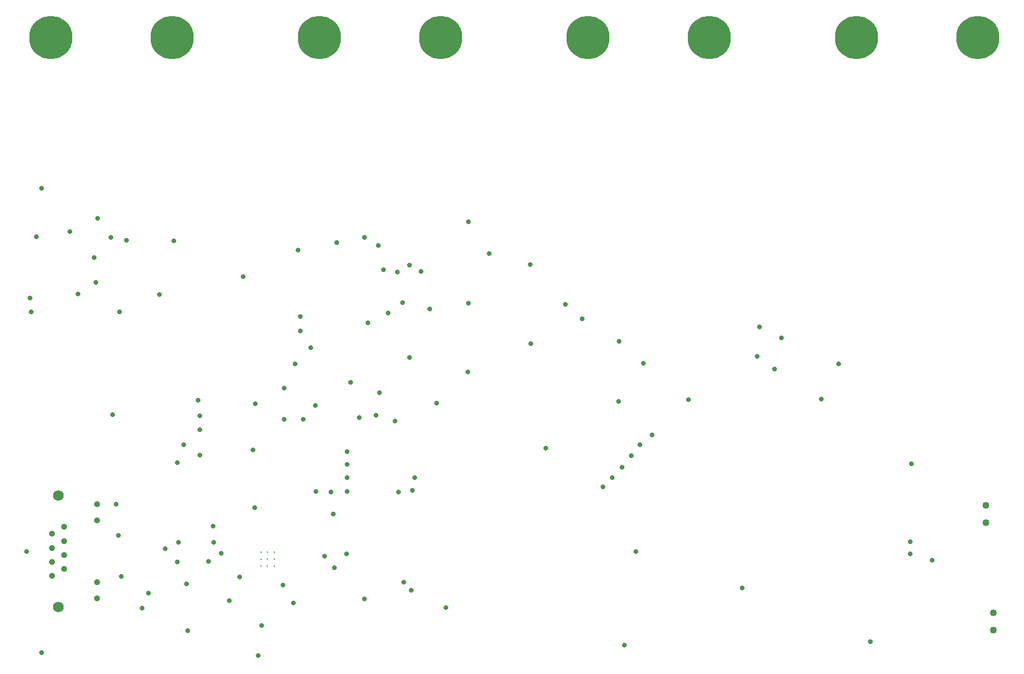
<source format=gbr>
%TF.GenerationSoftware,Altium Limited,Altium Designer,24.1.2 (44)*%
G04 Layer_Color=0*
%FSLAX45Y45*%
%MOMM*%
%TF.SameCoordinates,57B3B6A3-E825-4013-9261-08072AB09D51*%
%TF.FilePolarity,Positive*%
%TF.FileFunction,Plated,1,2,PTH,Drill*%
%TF.Part,Single*%
G01*
G75*
%TA.AperFunction,ComponentDrill*%
%ADD94C,1.02000*%
%ADD95C,6.35000*%
%ADD96C,0.89000*%
%ADD97C,1.57000*%
%TA.AperFunction,ViaDrill,NotFilled*%
%ADD98C,0.71120*%
%ADD99C,0.30000*%
D94*
X17335500Y3594100D02*
D03*
Y3340100D02*
D03*
X17221201Y4914900D02*
D03*
Y5168900D02*
D03*
D95*
X9232900Y12026900D02*
D03*
X17106900D02*
D03*
X15328900D02*
D03*
X13169901D02*
D03*
X11391900D02*
D03*
X7454900D02*
D03*
X5295900D02*
D03*
X3517900D02*
D03*
D96*
X4194500Y4038800D02*
D03*
Y3809800D02*
D03*
Y4952800D02*
D03*
Y5181800D02*
D03*
X3534500Y4749800D02*
D03*
Y4545800D02*
D03*
Y4341800D02*
D03*
Y4137800D02*
D03*
X3712500Y4851800D02*
D03*
Y4647800D02*
D03*
Y4443800D02*
D03*
Y4239800D02*
D03*
D97*
X3623500Y3682800D02*
D03*
Y5308800D02*
D03*
D98*
X6286500Y4114845D02*
D03*
X5372100Y4339987D02*
D03*
X6128124Y3774266D02*
D03*
X5501764Y4013200D02*
D03*
X5384800Y4622800D02*
D03*
X5194300Y4533900D02*
D03*
X6013263Y4463863D02*
D03*
X5905500Y4622800D02*
D03*
X5829300Y4343400D02*
D03*
X4944383Y3879942D02*
D03*
X7531100Y4419600D02*
D03*
X7327900Y7480300D02*
D03*
X8672600Y8140700D02*
D03*
X8458200Y7988300D02*
D03*
X8115300Y3793038D02*
D03*
X6553200Y2967538D02*
D03*
X3162300Y4491538D02*
D03*
X3378200Y3005638D02*
D03*
X4419600Y6498138D02*
D03*
X8280400Y6485438D02*
D03*
X8331200Y6815638D02*
D03*
X9169400Y6663238D02*
D03*
X8166100Y7844338D02*
D03*
X9067800Y8047538D02*
D03*
X8775700Y7336338D02*
D03*
X7137400Y8911138D02*
D03*
X9944100Y8860338D02*
D03*
X10553700Y7539538D02*
D03*
X10769600Y6002838D02*
D03*
X9309100Y3666038D02*
D03*
X11925300Y3119938D02*
D03*
X12090400Y4491538D02*
D03*
X13652499Y3958138D02*
D03*
X15532100Y3170738D02*
D03*
X16433800Y4364538D02*
D03*
X16128999Y5774238D02*
D03*
X13868401Y7349038D02*
D03*
X14808200Y6726738D02*
D03*
X14122400Y7162800D02*
D03*
X8032704Y6457804D02*
D03*
X7391400Y6629400D02*
D03*
X5524500Y3327400D02*
D03*
X4851400Y3657600D02*
D03*
X6604000Y3403600D02*
D03*
X4203700Y9372600D02*
D03*
X4394200Y9093200D02*
D03*
X4152900Y8801100D02*
D03*
X5105400Y8255000D02*
D03*
X3378200Y9817100D02*
D03*
X3302000Y9105900D02*
D03*
X6337300Y8521700D02*
D03*
X4622800Y9055100D02*
D03*
X5321300Y9042400D02*
D03*
X4178300Y8432800D02*
D03*
X3911600Y8267700D02*
D03*
X3213100Y8204200D02*
D03*
X10541000Y8699500D02*
D03*
X9639300Y9321800D02*
D03*
X7708900Y9017000D02*
D03*
X5461000Y6057900D02*
D03*
X5676900Y6705600D02*
D03*
X5702300Y6477000D02*
D03*
X5695950Y6280150D02*
D03*
X5702300Y5905500D02*
D03*
X5372100Y5791200D02*
D03*
X12204700Y7251700D02*
D03*
X11849100Y7569200D02*
D03*
X6934200Y6883400D02*
D03*
X8394700Y8623300D02*
D03*
X8597900Y8585200D02*
D03*
X8115300Y9093200D02*
D03*
X7175500Y7937500D02*
D03*
X8318500Y8978900D02*
D03*
X6477000Y5981700D02*
D03*
X7404100Y5372100D02*
D03*
X8813800Y5384800D02*
D03*
X8851900Y5575300D02*
D03*
X7620000Y5363309D02*
D03*
X7658100Y5041900D02*
D03*
X8610600Y5359400D02*
D03*
X6515500Y6654800D02*
D03*
X7861300Y5579411D02*
D03*
Y5376009D02*
D03*
X6934200Y6426200D02*
D03*
X8775700Y8686800D02*
D03*
X7099300Y7239000D02*
D03*
X7175500Y7721600D02*
D03*
X11836400Y6692900D02*
D03*
X12865100Y6718300D02*
D03*
X11887200Y5727700D02*
D03*
X11747500Y5575300D02*
D03*
X12331700Y6197600D02*
D03*
X12153900Y6057900D02*
D03*
X8940800Y8597900D02*
D03*
X11303000Y7899400D02*
D03*
X11061700Y8115300D02*
D03*
X16116299Y4457700D02*
D03*
Y4635500D02*
D03*
X7861300Y5765800D02*
D03*
X7073900Y3733800D02*
D03*
X7848600Y4457700D02*
D03*
X11607800Y5435600D02*
D03*
X8801100Y3924300D02*
D03*
X8686800Y4038600D02*
D03*
X8559800Y6400800D02*
D03*
X7861300Y5956300D02*
D03*
X7213600Y6426200D02*
D03*
X12026900Y5892800D02*
D03*
X4521200Y8001000D02*
D03*
X3225800D02*
D03*
X3797300Y9182100D02*
D03*
X6502400Y5130800D02*
D03*
X9626600Y7124700D02*
D03*
X7912100Y6972300D02*
D03*
X9639300Y8128000D02*
D03*
X7670800Y4254500D02*
D03*
X13899400Y7785100D02*
D03*
X5892800Y4864100D02*
D03*
X6921500Y4000500D02*
D03*
X4470400Y5181600D02*
D03*
X4546600Y4127500D02*
D03*
X4508500Y4724400D02*
D03*
X15062199Y7239000D02*
D03*
X14224001Y7620000D02*
D03*
D99*
X6592900Y4281500D02*
D03*
Y4381500D02*
D03*
Y4481500D02*
D03*
X6692900Y4281500D02*
D03*
Y4381500D02*
D03*
Y4481500D02*
D03*
X6792900Y4281500D02*
D03*
Y4381500D02*
D03*
Y4481500D02*
D03*
%TF.MD5,edd61b3259aee44aa7f3a6e479f4bc37*%
M02*

</source>
